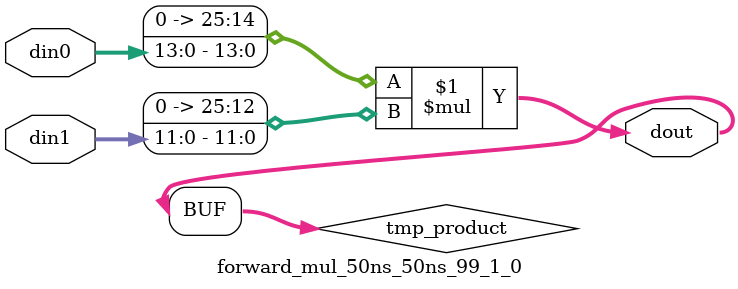
<source format=v>

`timescale 1 ns / 1 ps

 module forward_mul_50ns_50ns_99_1_0(din0, din1, dout);
parameter ID = 1;
parameter NUM_STAGE = 0;
parameter din0_WIDTH = 14;
parameter din1_WIDTH = 12;
parameter dout_WIDTH = 26;

input [din0_WIDTH - 1 : 0] din0; 
input [din1_WIDTH - 1 : 0] din1; 
output [dout_WIDTH - 1 : 0] dout;

wire signed [dout_WIDTH - 1 : 0] tmp_product;
























assign tmp_product = $signed({1'b0, din0}) * $signed({1'b0, din1});











assign dout = tmp_product;





















endmodule

</source>
